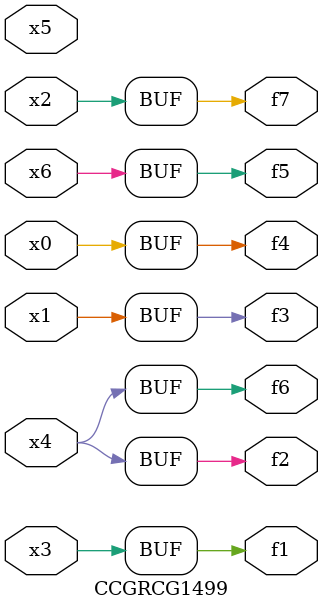
<source format=v>
module CCGRCG1499(
	input x0, x1, x2, x3, x4, x5, x6,
	output f1, f2, f3, f4, f5, f6, f7
);
	assign f1 = x3;
	assign f2 = x4;
	assign f3 = x1;
	assign f4 = x0;
	assign f5 = x6;
	assign f6 = x4;
	assign f7 = x2;
endmodule

</source>
